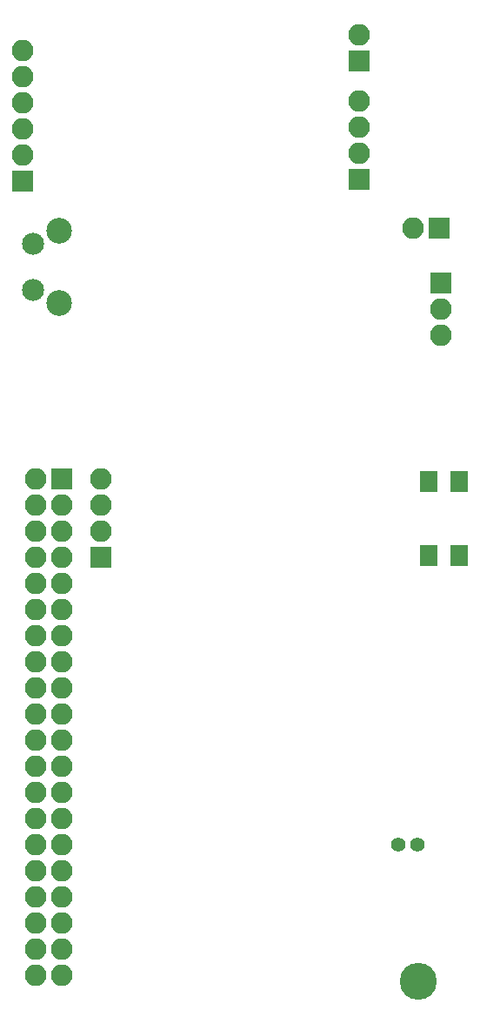
<source format=gbr>
G04 #@! TF.GenerationSoftware,KiCad,Pcbnew,5.0.0*
G04 #@! TF.CreationDate,2018-07-31T02:42:52+02:00*
G04 #@! TF.ProjectId,mokki-dev-board,6D6F6B6B692D6465762D626F6172642E,rev?*
G04 #@! TF.SameCoordinates,Original*
G04 #@! TF.FileFunction,Soldermask,Bot*
G04 #@! TF.FilePolarity,Negative*
%FSLAX46Y46*%
G04 Gerber Fmt 4.6, Leading zero omitted, Abs format (unit mm)*
G04 Created by KiCad (PCBNEW 5.0.0) date Tue Jul 31 02:42:52 2018*
%MOMM*%
%LPD*%
G01*
G04 APERTURE LIST*
%ADD10R,2.100000X2.100000*%
%ADD11O,2.100000X2.100000*%
%ADD12C,1.400000*%
%ADD13C,2.500000*%
%ADD14C,2.150000*%
%ADD15R,1.800000X2.000000*%
%ADD16C,3.600000*%
G04 APERTURE END LIST*
D10*
G04 #@! TO.C,J5*
X264829235Y-68744949D03*
D11*
X264829235Y-66204949D03*
G04 #@! TD*
D10*
G04 #@! TO.C,J2*
X264829235Y-80210949D03*
D11*
X264829235Y-77670949D03*
X264829235Y-75130949D03*
X264829235Y-72590949D03*
G04 #@! TD*
D10*
G04 #@! TO.C,J6*
X235840235Y-109384949D03*
D11*
X233300235Y-109384949D03*
X235840235Y-111924949D03*
X233300235Y-111924949D03*
X235840235Y-114464949D03*
X233300235Y-114464949D03*
X235840235Y-117004949D03*
X233300235Y-117004949D03*
X235840235Y-119544949D03*
X233300235Y-119544949D03*
X235840235Y-122084949D03*
X233300235Y-122084949D03*
X235840235Y-124624949D03*
X233300235Y-124624949D03*
X235840235Y-127164949D03*
X233300235Y-127164949D03*
X235840235Y-129704949D03*
X233300235Y-129704949D03*
X235840235Y-132244949D03*
X233300235Y-132244949D03*
X235840235Y-134784949D03*
X233300235Y-134784949D03*
X235840235Y-137324949D03*
X233300235Y-137324949D03*
X235840235Y-139864949D03*
X233300235Y-139864949D03*
X235840235Y-142404949D03*
X233300235Y-142404949D03*
X235840235Y-144944949D03*
X233300235Y-144944949D03*
X235840235Y-147484949D03*
X233300235Y-147484949D03*
X235840235Y-150024949D03*
X233300235Y-150024949D03*
X235840235Y-152564949D03*
X233300235Y-152564949D03*
X235840235Y-155104949D03*
X233300235Y-155104949D03*
X235840235Y-157644949D03*
X233300235Y-157644949D03*
G04 #@! TD*
D12*
G04 #@! TO.C,Y2*
X268607466Y-144962516D03*
X270507466Y-144962516D03*
G04 #@! TD*
D11*
G04 #@! TO.C,J3*
X239650235Y-109384949D03*
X239650235Y-111924949D03*
X239650235Y-114464949D03*
D10*
X239650235Y-117004949D03*
G04 #@! TD*
D11*
G04 #@! TO.C,SW1*
X272829235Y-95414949D03*
X272829235Y-92874949D03*
D10*
X272829235Y-90334949D03*
G04 #@! TD*
D13*
G04 #@! TO.C,SW6*
X235586235Y-92264949D03*
D14*
X233096235Y-91014949D03*
X233096235Y-86514949D03*
D13*
X235586235Y-85254949D03*
G04 #@! TD*
D10*
G04 #@! TO.C,BT1*
X272644835Y-85000949D03*
D11*
X270104835Y-85000949D03*
G04 #@! TD*
D15*
G04 #@! TO.C,SW2*
X271580235Y-116794949D03*
X271580235Y-109594949D03*
X274580235Y-116794949D03*
X274580235Y-109594949D03*
G04 #@! TD*
D10*
G04 #@! TO.C,J4*
X232030235Y-80428949D03*
D11*
X232030235Y-77888949D03*
X232030235Y-75348949D03*
X232030235Y-72808949D03*
X232030235Y-70268949D03*
X232030235Y-67728949D03*
G04 #@! TD*
D16*
G04 #@! TO.C,REF\002A\002A*
X270580235Y-158194949D03*
G04 #@! TD*
M02*

</source>
